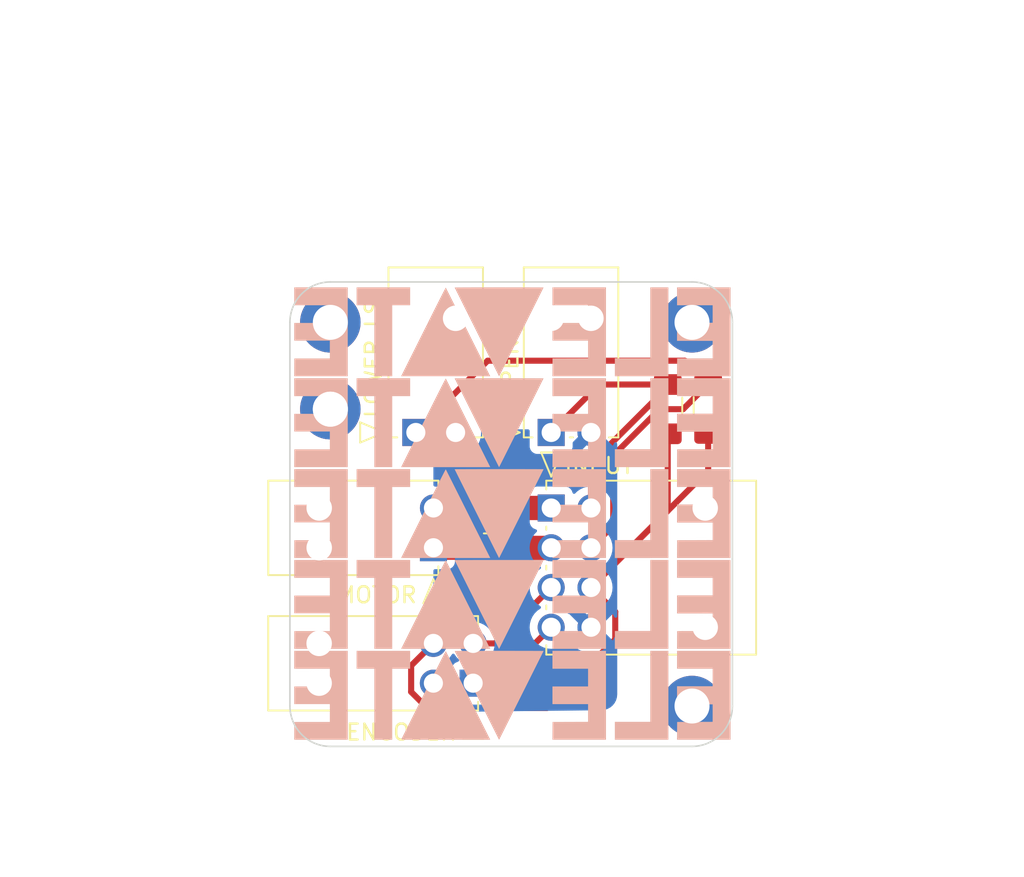
<source format=kicad_pcb>
(kicad_pcb (version 20221018) (generator pcbnew)
  (layers (0 "F.Cu" signal) (31 "B.Cu" signal) (34 "B.Paste" user) (35 "F.Paste" user) (36 "B.SilkS" user "B.Silkscreen") (37 "F.SilkS" user "F.Silkscreen") (38 "B.Mask" user) (39 "F.Mask" user) (44 "Edge.Cuts" user))
  (net 0 "")
  (net 1 "Net-(J4-Pin_1)")
  (net 2 "/MOTOR_POS")
  (net 3 "/ULS")
  (net 4 "GND")
  (net 5 "/LLS")
  (net 6 "+3V3")
  (net 7 "/SDA")
  (net 8 "/SCL")
  (net 9 "/MOTOR_NEG")
  (footprint "" (layer "F.Cu") (at 113.411 63.246)
    (fp_text reference "" (at 0 0) (layer "F.SilkS") (effects (font (size 1.27 1.27))))
    (fp_text value "" (at 0 0) (layer "F.SilkS") (effects (font (size 1.27 1.27))))
    (pad "1" thru_hole circle (at 0 0) (size 2.6 2.6) (drill 2.2) (layers "*.Cu" "*.Mask"))
  )
  (footprint "Resistor_SMD:R_1206_3216Metric_Pad1.30x1.75mm_HandSolder" (layer "F.Cu") (at 134.62 63.246 -90)
    (fp_text reference "R1" hide)
    (fp_text value "1k" hide)
    (fp_line (start -0.727064 -0.91) (end 0.727064 -0.91) (stroke (width 0.12)) (layer "F.SilkS"))
    (fp_line (start -0.727064 0.91) (end 0.727064 0.91) (stroke (width 0.12)) (layer "F.SilkS"))
    (pad "1" smd roundrect (at -1.55 0 270) (size 1.3 1.75) (layers "F.Cu" "F.Paste" "F.Mask") (roundrect_rratio 0.1923076923) (net 3 "/ULS"))
    (pad "2" smd roundrect (at 1.55 0 270) (size 1.3 1.75) (layers "F.Cu" "F.Paste" "F.Mask") (roundrect_rratio 0.1923076923) (net 6 "+3V3"))
  )
  (footprint "Resistor_SMD:R_1206_3216Metric_Pad1.30x1.75mm_HandSolder" (layer "F.Cu") (at 137.16 63.22 -90)
    (fp_text reference "R2" hide)
    (fp_text value "1k" hide)
    (fp_line (start -0.727064 -0.91) (end 0.727064 -0.91) (stroke (width 0.12)) (layer "F.SilkS"))
    (fp_line (start -0.727064 0.91) (end 0.727064 0.91) (stroke (width 0.12)) (layer "F.SilkS"))
    (pad "1" smd roundrect (at -1.55 0 270) (size 1.3 1.75) (layers "F.Cu" "F.Paste" "F.Mask") (roundrect_rratio 0.1923076923) (net 5 "/LLS"))
    (pad "2" smd roundrect (at 1.55 0 270) (size 1.3 1.75) (layers "F.Cu" "F.Paste" "F.Mask") (roundrect_rratio 0.1923076923) (net 6 "+3V3"))
  )
  (footprint "MOLEX_1053131302:1053131302" (layer "F.Cu") (at 127.2915 64.711001 180)
    (fp_text reference "J1" hide)
    (fp_text value "UPPER LS" (at 2.5775 4.640001 90) (layer "F.SilkS"))
    (fp_line (start -4.219994 -0.309999) (end -4.219994 10.38) (stroke (width 0.12)) (layer "F.SilkS"))
    (fp_line (start -4.219994 10.38) (end 1.719994 10.38) (stroke (width 0.12)) (layer "F.SilkS"))
    (fp_line (start -3.628226 -0.309999) (end -4.219994 -0.309999) (stroke (width 0.12)) (layer "F.SilkS"))
    (fp_line (start -1.17004 -0.309999) (end -1.371774 -0.309999) (stroke (width 0.12)) (layer "F.SilkS"))
    (fp_line (start 1.719994 -0.309999) (end 1.17004 -0.309999) (stroke (width 0.12)) (layer "F.SilkS"))
    (fp_line (start 1.719994 10.38) (end 1.719994 -0.309999) (stroke (width 0.12)) (layer "F.SilkS"))
    (fp_line (start 1.973994 0) (end 3.497994 -0.635) (stroke (width 0.12)) (layer "F.SilkS"))
    (fp_line (start 3.497994 -0.635) (end 3.497994 0.635) (stroke (width 0.12)) (layer "F.SilkS"))
    (fp_line (start 3.497994 0.635) (end 1.973994 0) (stroke (width 0.12)) (layer "F.SilkS"))
    (pad "" np_thru_hole circle (at -2.499995 7.180001 180) (size 1.6 1.6) (drill 1.6) (layers "*.Cu" "*.Mask"))
    (pad "" np_thru_hole circle (at 0 7.180001 180) (size 1.6 1.6) (drill 1.6) (layers "*.Cu" "*.Mask"))
    (pad "1" thru_hole rect (at 0 0 180) (size 1.7 1.7) (drill 1.2) (layers "*.Cu" "*.Mask") (net 3 "/ULS"))
    (pad "2" thru_hole circle (at -2.5 0 180) (size 1.7 1.7) (drill 1.2) (layers "*.Cu" "*.Mask") (net 4 "GND"))
  )
  (footprint "MountingHole:MountingHole_2.2mm_M2_DIN965_Pad_TopBottom" (layer "F.Cu") (at 113.411 57.785)
    (fp_text reference "REF**" hide)
    (fp_text value "MountingHole_2.2mm_M2_DIN965_Pad_TopBottom" hide)
    (pad "1" thru_hole circle (at 0 0) (size 2.6 2.6) (drill 2.2) (layers "*.Cu" "*.Mask"))
    (pad "1" connect circle (at 0 0) (size 3.8 3.8) (layers "F.Cu" "F.Mask"))
    (pad "1" connect circle (at 0 0) (size 3.8 3.8) (layers "B.Cu" "B.Mask"))
  )
  (footprint "MOLEX_1053141304:1053141304" (layer "F.Cu") (at 122.388 80.478 -90)
    (fp_text reference "J3" hide)
    (fp_text value "ENCODER" (at 3.088005 4.528001) (layer "F.SilkS"))
    (fp_line (start -4.219994 -0.309999) (end -4.219994 12.88) (stroke (width 0.12)) (layer "F.SilkS"))
    (fp_line (start -4.219994 12.88) (end 1.719994 12.88) (stroke (width 0.12)) (layer "F.SilkS"))
    (fp_line (start -3.628226 -0.309999) (end -4.219994 -0.309999) (stroke (width 0.12)) (layer "F.SilkS"))
    (fp_line (start -1.17004 -0.309999) (end -1.371774 -0.309999) (stroke (width 0.12)) (layer "F.SilkS"))
    (fp_line (start 1.719994 -0.309999) (end 1.17004 -0.309999) (stroke (width 0.12)) (layer "F.SilkS"))
    (fp_line (start 1.719994 12.88) (end 1.719994 -0.309999) (stroke (width 0.12)) (layer "F.SilkS"))
    (fp_line (start 1.973994 0) (end 3.497994 -0.635) (stroke (width 0.12)) (layer "F.SilkS"))
    (fp_line (start 3.497994 -0.635) (end 3.497994 0.635) (stroke (width 0.12)) (layer "F.SilkS"))
    (fp_line (start 3.497994 0.635) (end 1.973994 0) (stroke (width 0.12)) (layer "F.SilkS"))
    (pad "" np_thru_hole circle (at -2.499995 9.680001 270) (size 1.6 1.6) (drill 1.6) (layers "*.Cu" "*.Mask"))
    (pad "" np_thru_hole circle (at 0 9.680001 270) (size 1.6 1.6) (drill 1.6) (layers "*.Cu" "*.Mask"))
    (pad "1" thru_hole rect (at 0 0 270) (size 1.7 1.7) (drill 1.2) (layers "*.Cu" "*.Mask") (net 7 "/SDA"))
    (pad "2" thru_hole circle (at -2.5 0 270) (size 1.7 1.7) (drill 1.2) (layers "*.Cu" "*.Mask") (net 8 "/SCL"))
    (pad "3" thru_hole circle (at 0 2.5 270) (size 1.7 1.7) (drill 1.2) (layers "*.Cu" "*.Mask") (net 4 "GND"))
    (pad "4" thru_hole circle (at -2.5 2.5 270) (size 1.7 1.7) (drill 1.2) (layers "*.Cu" "*.Mask") (net 6 "+3V3"))
  )
  (footprint "MountingHole:MountingHole_2.2mm_M2_DIN965_Pad_TopBottom" (layer "F.Cu") (at 113.411 63.246)
    (fp_text reference "REF**" hide)
    (fp_text value "MountingHole_2.2mm_M2_DIN965_Pad_TopBottom" hide)
    (pad "1" thru_hole circle (at 0 0) (size 2.6 2.6) (drill 2.2) (layers "*.Cu" "*.Mask"))
    (pad "1" connect circle (at 0 0) (size 3.8 3.8) (layers "F.Cu" "F.Mask"))
    (pad "1" connect circle (at 0 0) (size 3.8 3.8) (layers "B.Cu" "B.Mask"))
  )
  (footprint "MOLEX_1053131302:1053131302" (layer "F.Cu") (at 118.785005 64.711001 180)
    (fp_text reference "J2" hide)
    (fp_text value "LOWER LS" (at 2.664512 4.640001 90) (layer "F.SilkS"))
    (fp_line (start -4.219994 -0.309999) (end -4.219994 10.38) (stroke (width 0.12)) (layer "F.SilkS"))
    (fp_line (start -4.219994 10.38) (end 1.719994 10.38) (stroke (width 0.12)) (layer "F.SilkS"))
    (fp_line (start -3.628226 -0.309999) (end -4.219994 -0.309999) (stroke (width 0.12)) (layer "F.SilkS"))
    (fp_line (start -1.17004 -0.309999) (end -1.371774 -0.309999) (stroke (width 0.12)) (layer "F.SilkS"))
    (fp_line (start 1.719994 -0.309999) (end 1.17004 -0.309999) (stroke (width 0.12)) (layer "F.SilkS"))
    (fp_line (start 1.719994 10.38) (end 1.719994 -0.309999) (stroke (width 0.12)) (layer "F.SilkS"))
    (fp_line (start 1.973994 0) (end 3.497994 -0.635) (stroke (width 0.12)) (layer "F.SilkS"))
    (fp_line (start 3.497994 -0.635) (end 3.497994 0.635) (stroke (width 0.12)) (layer "F.SilkS"))
    (fp_line (start 3.497994 0.635) (end 1.973994 0) (stroke (width 0.12)) (layer "F.SilkS"))
    (pad "" np_thru_hole circle (at -2.499995 7.180001 180) (size 1.6 1.6) (drill 1.6) (layers "*.Cu" "*.Mask"))
    (pad "" np_thru_hole circle (at 0 7.180001 180) (size 1.6 1.6) (drill 1.6) (layers "*.Cu" "*.Mask"))
    (pad "1" thru_hole rect (at 0 0 180) (size 1.7 1.7) (drill 1.2) (layers "*.Cu" "*.Mask") (net 5 "/LLS"))
    (pad "2" thru_hole circle (at -2.5 0 180) (size 1.7 1.7) (drill 1.2) (layers "*.Cu" "*.Mask") (net 4 "GND"))
  )
  (footprint "MOLEX_1053141308:1053141308" (layer "F.Cu") (at 127.294 69.462015 90)
    (fp_text reference "J5" hide)
    (fp_text value "INPUT" (at 2.660015 3.008 180) (layer "F.SilkS"))
    (fp_line (start -9.219989 -0.309999) (end -9.219989 12.88) (stroke (width 0.12)) (layer "F.SilkS"))
    (fp_line (start -9.219989 12.88) (end 1.719989 12.88) (stroke (width 0.12)) (layer "F.SilkS"))
    (fp_line (start -8.628226 -0.309999) (end -9.219989 -0.309999) (stroke (width 0.12)) (layer "F.SilkS"))
    (fp_line (start -6.128226 -0.309999) (end -6.371774 -0.309999) (stroke (width 0.12)) (layer "F.SilkS"))
    (fp_line (start -3.628226 -0.309999) (end -3.871774 -0.309999) (stroke (width 0.12)) (layer "F.SilkS"))
    (fp_line (start -1.17004 -0.309999) (end -1.371774 -0.309999) (stroke (width 0.12)) (layer "F.SilkS"))
    (fp_line (start 1.719989 -0.309999) (end 1.17004 -0.309999) (stroke (width 0.12)) (layer "F.SilkS"))
    (fp_line (start 1.719989 12.88) (end 1.719989 -0.309999) (stroke (width 0.12)) (layer "F.SilkS"))
    (fp_line (start 1.973989 0) (end 3.497989 -0.635) (stroke (width 0.12)) (layer "F.SilkS"))
    (fp_line (start 3.497989 -0.635) (end 3.497989 0.635) (stroke (width 0.12)) (layer "F.SilkS"))
    (fp_line (start 3.497989 0.635) (end 1.973989 0) (stroke (width 0.12)) (layer "F.SilkS"))
    (pad "" np_thru_hole circle (at -7.499985 9.680001 90) (size 1.6 1.6) (drill 1.6) (layers "*.Cu" "*.Mask"))
    (pad "" np_thru_hole circle (at 0 9.680001 90) (size 1.6 1.6) (drill 1.6) (layers "*.Cu" "*.Mask"))
    (pad "1" thru_hole rect (at 0 0 90) (size 1.7 1.7) (drill 1.2) (layers "*.Cu" "*.Mask") (net 9 "/MOTOR_NEG"))
    (pad "2" thru_hole circle (at -2.5 0 90) (size 1.7 1.7) (drill 1.2) (layers "*.Cu" "*.Mask") (net 2 "/MOTOR_POS"))
    (pad "3" thru_hole circle (at -5 0 90) (size 1.7 1.7) (drill 1.2) (layers "*.Cu" "*.Mask") (net 8 "/SCL"))
    (pad "4" thru_hole circle (at -7.5 0 90) (size 1.7 1.7) (drill 1.2) (layers "*.Cu" "*.Mask") (net 7 "/SDA"))
    (pad "5" thru_hole circle (at 0 2.5 90) (size 1.7 1.7) (drill 1.2) (layers "*.Cu" "*.Mask") (net 3 "/ULS"))
    (pad "6" thru_hole circle (at -2.5 2.5 90) (size 1.7 1.7) (drill 1.2) (layers "*.Cu" "*.Mask") (net 5 "/LLS"))
    (pad "7" thru_hole circle (at -5 2.5 90) (size 1.7 1.7) (drill 1.2) (layers "*.Cu" "*.Mask") (net 6 "+3V3"))
    (pad "8" thru_hole circle (at -7.5 2.5 90) (size 1.7 1.7) (drill 1.2) (layers "*.Cu" "*.Mask") (net 4 "GND"))
  )
  (footprint "MOLEX_1053131302:1053131302" (layer "F.Cu") (at 119.891999 71.96 -90)
    (fp_text reference "J4" hide)
    (fp_text value "MOTOR" (at 2.97 3.556) (layer "F.SilkS"))
    (fp_line (start -4.219994 -0.309999) (end -4.219994 10.38) (stroke (width 0.12)) (layer "F.SilkS"))
    (fp_line (start -4.219994 10.38) (end 1.719994 10.38) (stroke (width 0.12)) (layer "F.SilkS"))
    (fp_line (start -3.628226 -0.309999) (end -4.219994 -0.309999) (stroke (width 0.12)) (layer "F.SilkS"))
    (fp_line (start -1.17004 -0.309999) (end -1.371774 -0.309999) (stroke (width 0.12)) (layer "F.SilkS"))
    (fp_line (start 1.719994 -0.309999) (end 1.17004 -0.309999) (stroke (width 0.12)) (layer "F.SilkS"))
    (fp_line (start 1.719994 10.38) (end 1.719994 -0.309999) (stroke (width 0.12)) (layer "F.SilkS"))
    (fp_line (start 1.973994 0) (end 3.497994 -0.635) (stroke (width 0.12)) (layer "F.SilkS"))
    (fp_line (start 3.497994 -0.635) (end 3.497994 0.635) (stroke (width 0.12)) (layer "F.SilkS"))
    (fp_line (start 3.497994 0.635) (end 1.973994 0) (stroke (width 0.12)) (layer "F.SilkS"))
    (pad "" np_thru_hole circle (at -2.499995 7.180001 270) (size 1.6 1.6) (drill 1.6) (layers "*.Cu" "*.Mask"))
    (pad "" np_thru_hole circle (at 0 7.180001 270) (size 1.6 1.6) (drill 1.6) (layers "*.Cu" "*.Mask"))
    (pad "1" thru_hole rect (at 0 0 270) (size 1.7 1.7) (drill 1.2) (layers "*.Cu" "*.Mask") (net 1 "Net-(J4-Pin_1)"))
    (pad "2" thru_hole circle (at -2.5 0 270) (size 1.7 1.7) (drill 1.2) (layers "*.Cu" "*.Mask") (net 9 "/MOTOR_NEG"))
  )
  (footprint "Fuse:Fuse_1206_3216Metric_Pad1.42x1.75mm_HandSolder" (layer "F.Cu") (at 123.6615 71.97)
    (fp_text reference "F1" hide)
    (fp_text value "10A" hide)
    (fp_line (start -0.602064 -0.91) (end 0.602064 -0.91) (stroke (width 0.12)) (layer "F.SilkS"))
    (fp_line (start -0.602064 0.91) (end 0.602064 0.91) (stroke (width 0.12)) (layer "F.SilkS"))
    (pad "1" smd roundrect (at -1.4875 0) (size 1.425 1.75) (layers "F.Cu" "F.Paste" "F.Mask") (roundrect_rratio 0.1754392982) (net 1 "Net-(J4-Pin_1)"))
    (pad "2" smd roundrect (at 1.4875 0) (size 1.425 1.75) (layers "F.Cu" "F.Paste" "F.Mask") (roundrect_rratio 0.1754392982) (net 2 "/MOTOR_POS"))
  )
  (footprint "MountingHole:MountingHole_2.2mm_M2_DIN965_Pad_TopBottom" (layer "F.Cu") (at 136.144 57.785)
    (fp_text reference "REF**" hide)
    (fp_text value "MountingHole_2.2mm_M2_DIN965_Pad_TopBottom")
    (pad "1" thru_hole circle (at 0 0) (size 2.6 2.6) (drill 2.2) (layers "*.Cu" "*.Mask"))
    (pad "1" connect circle (at 0 0) (size 3.8 3.8) (layers "F.Cu" "F.Mask"))
    (pad "1" connect circle (at 0 0) (size 3.8 3.8) (layers "B.Cu" "B.Mask"))
  )
  (footprint "MountingHole:MountingHole_2.2mm_M2_DIN965_Pad_TopBottom" (layer "F.Cu") (at 136.144 81.915)
    (fp_text reference "REF**" hide)
    (fp_text value "MountingHole_2.2mm_M2_DIN965_Pad_TopBottom")
    (pad "1" thru_hole circle (at 0 0) (size 2.6 2.6) (drill 2.2) (layers "*.Cu" "*.Mask"))
    (pad "1" connect circle (at 0 0) (size 3.8 3.8) (layers "F.Cu" "F.Mask"))
    (pad "1" connect circle (at 0 0) (size 3.8 3.8) (layers "B.Cu" "B.Mask"))
  )
  (footprint "Elevate_Logo:ElevateLogo" (layer "B.Cu") (at 124.841 58.42 180)
    (fp_text reference "G***" hide)
    (fp_text value "LOGO" hide)
    (fp_poly (pts (xy -8.678664 0.602869) (xy -8.678664 -1.629734) (xy -7.565675 -1.629734) (xy -6.452686 -1.629734) (xy -6.452686 -2.192853) (xy -6.452686 -2.755972) (xy -8.13542 -2.755972) (xy -9.818153 -2.755972) (xy -9.818153 0.03975) (xy -9.818153 2.835472) (xy -9.248409 2.835472) (xy -8.678664 2.835472)) (fill solid) (layer "B.SilkS"))
    (fp_poly (pts (xy 9.778404 2.272353) (xy 9.778404 1.709234) (xy 9.221909 1.709234) (xy 8.665415 1.709234) (xy 8.665415 -0.523369) (xy 8.665415 -2.755972) (xy 8.102295 -2.755972) (xy 7.539176 -2.755972) (xy 7.539176 -0.523369) (xy 7.539176 1.709234) (xy 6.976056 1.709234) (xy 6.412937 1.709234) (xy 6.412937 2.272353) (xy 6.412937 2.835472) (xy 8.09567 2.835472) (xy 9.778404 2.835472)) (fill solid) (layer "B.SilkS"))
    (fp_poly (pts (xy -10.361398 2.272353) (xy -10.361398 1.709234) (xy -11.481012 1.709234) (xy -12.600626 1.709234) (xy -12.600626 1.159364) (xy -12.600626 0.609494) (xy -11.481012 0.609494) (xy -10.361398 0.609494) (xy -10.361398 0.03975) (xy -10.361398 -0.529994) (xy -11.481012 -0.529994) (xy -12.600626 -0.529994) (xy -12.600626 -1.079789) (xy -12.600626 -1.629583) (xy -11.484324 -1.632971) (xy -10.368023 -1.636358) (xy -10.364567 -2.196165) (xy -10.36111 -2.755972) (xy -12.043988 -2.755972) (xy -13.726865 -2.755972) (xy -13.726865 0.03975) (xy -13.726865 2.835472) (xy -12.044131 2.835472) (xy -10.361398 2.835472)) (fill solid) (layer "B.SilkS"))
    (fp_poly (pts (xy -2.530725 2.272353) (xy -2.530725 1.709234) (xy -3.650339 1.709234) (xy -4.769953 1.709234) (xy -4.769953 1.152739) (xy -4.769953 0.596245) (xy -3.650339 0.596245) (xy -2.530725 0.596245) (xy -2.530725 0.03975) (xy -2.530725 -0.516745) (xy -3.650339 -0.516745) (xy -4.769953 -0.516745) (xy -4.769953 -1.073164) (xy -4.769953 -1.629583) (xy -3.653651 -1.632971) (xy -2.53735 -1.636358) (xy -2.533894 -2.196165) (xy -2.530437 -2.755972) (xy -4.213315 -2.755972) (xy -5.896192 -2.755972) (xy -5.896192 0.03975) (xy -5.896192 2.835472) (xy -4.213458 2.835472) (xy -2.530725 2.835472)) (fill solid) (layer "B.SilkS"))
    (fp_poly (pts (xy 13.700365 2.272353) (xy 13.700365 1.709234) (xy 12.580751 1.709234) (xy 11.461137 1.709234) (xy 11.461137 1.152739) (xy 11.461137 0.596245) (xy 12.580751 0.596245) (xy 13.700365 0.596245) (xy 13.700365 0.03975) (xy 13.700365 -0.516745) (xy 12.580751 -0.516745) (xy 11.461137 -0.516745) (xy 11.461137 -1.076551) (xy 11.461136 -1.636358) (xy 12.577438 -1.636358) (xy 13.69374 -1.636358) (xy 13.697197 -2.196165) (xy 13.700653 -2.755972) (xy 12.017776 -2.755972) (xy 10.334898 -2.755972) (xy 10.334898 0.03975) (xy 10.334898 2.835472) (xy 12.017632 2.835472) (xy 13.700365 2.835472)) (fill solid) (layer "B.SilkS"))
    (fp_poly (pts (xy 4.178241 2.815334) (xy 4.191809 2.79291) (xy 4.213717 2.753458) (xy 4.244189 2.69654) (xy 4.283444 2.621721) (xy 4.331707 2.528561) (xy 4.389198 2.416624) (xy 4.456141 2.285472) (xy 4.532756 2.134668) (xy 4.619266 1.963775) (xy 4.715893 1.772356) (xy 4.822858 1.559972) (xy 4.940385 1.326188) (xy 5.068695 1.070564) (xy 5.20801 0.792664) (xy 5.358551 0.492051) (xy 5.520542 0.168288) (xy 5.583691 0.042008) (xy 6.982694 -2.755972) (xy 4.180311 -2.755972) (xy 1.377928 -2.755972) (xy 2.769412 0.023188) (xy 2.897177 0.278348) (xy 3.021879 0.52735) (xy 3.142994 0.769149) (xy 3.259997 1.002698) (xy 3.372364 1.226954) (xy 3.479571 1.440871) (xy 3.581094 1.643403) (xy 3.676408 1.833506) (xy 3.764989 2.010134) (xy 3.846313 2.172243) (xy 3.919856 2.318786) (xy 3.985094 2.44872) (xy 4.041502 2.560998) (xy 4.088556 2.654576) (xy 4.125732 2.728408) (xy 4.152505 2.78145) (xy 4.168352 2.812656) (xy 4.172792 2.821168)) (fill solid) (layer "B.SilkS"))
    (fp_poly (pts (xy 1.091664 2.835426) (xy 1.354727 2.83529) (xy 1.609459 2.835068) (xy 1.854639 2.834765) (xy 2.089046 2.834386) (xy 2.311459 2.833933) (xy 2.520656 2.833413) (xy 2.715416 2.832829) (xy 2.894517 2.832185) (xy 3.05674 2.831486) (xy 3.200862 2.830737) (xy 3.325661 2.829941) (xy 3.429918 2.829103) (xy 3.51241 2.828227) (xy 3.571917 2.827317) (xy 3.607217 2.826379) (xy 3.617287 2.825535) (xy 3.611465 2.813253) (xy 3.594411 2.77854) (xy 3.566756 2.722658) (xy 3.529132 2.646871) (xy 3.482171 2.552444) (xy 3.426505 2.44064) (xy 3.362766 2.312722) (xy 3.291585 2.169954) (xy 3.213594 2.0136) (xy 3.129426 1.844924) (xy 3.03971 1.665189) (xy 2.945081 1.47566) (xy 2.846168 1.277598) (xy 2.743605 1.072269) (xy 2.638023 0.860937) (xy 2.530053 0.644863) (xy 2.420327 0.425313) (xy 2.309478 0.203551) (xy 2.198137 -0.019161) (xy 2.086935 -0.241559) (xy 1.976505 -0.462379) (xy 1.867479 -0.680356) (xy 1.760487 -0.894229) (xy 1.656162 -1.102732) (xy 1.555136 -1.304602) (xy 1.458041 -1.498576) (xy 1.365507 -1.683389) (xy 1.278168 -1.857779) (xy 1.196654 -2.020481) (xy 1.121598 -2.170232) (xy 1.053631 -2.305768) (xy 0.993386 -2.425826) (xy 0.941493 -2.529141) (xy 0.898585 -2.61445) (xy 0.865293 -2.680489) (xy 0.84225 -2.725995) (xy 0.830087 -2.749704) (xy 0.828292 -2.75298) (xy 0.81907 -2.747579) (xy 0.81226 -2.73973) (xy 0.805233 -2.726524) (xy 0.787026 -2.690934) (xy 0.758273 -2.634224) (xy 0.719607 -2.557662) (xy 0.671662 -2.46251) (xy 0.61507 -2.350036) (xy 0.550464 -2.221503) (xy 0.478479 -2.078178) (xy 0.399747 -1.921325) (xy 0.314901 -1.752211) (xy 0.224575 -1.572099) (xy 0.129401 -1.382255) (xy 0.030013 -1.183945) (xy -0.072956 -0.978434) (xy -0.178872 -0.766987) (xy -0.287103 -0.550869) (xy -0.397015 -0.331345) (xy -0.507976 -0.109681) (xy -0.619351 0.112858) (xy -0.730508 0.335006) (xy -0.840814 0.5555) (xy -0.949635 0.773072) (xy -1.056338 0.986459) (xy -1.16029 1.194395) (xy -1.260858 1.395614) (xy -1.357408 1.588852) (xy -1.449308 1.772842) (xy -1.535924 1.946321) (xy -1.616623 2.108022) (xy -1.690772 2.256681) (xy -1.757737 2.391031) (xy -1.816886 2.509809) (xy -1.867585 2.611749) (xy -1.909201 2.695584) (xy -1.941101 2.760051) (xy -1.962651 2.803884) (xy -1.973219 2.825818) (xy -1.97423 2.828191) (xy -1.961184 2.828895) (xy -1.922859 2.82958) (xy -1.860477 2.830243) (xy -1.775259 2.830882) (xy -1.668426 2.831492) (xy -1.541199 2.832072) (xy -1.394799 2.832616) (xy -1.230448 2.833124) (xy -1.049368 2.83359) (xy -0.852778 2.834013) (xy -0.641901 2.834388) (xy -0.417957 2.834713) (xy -0.182168 2.834985) (xy 0.064245 2.835199) (xy 0.320061 2.835354) (xy 0.584059 2.835446) (xy 0.821492 2.835472)) (fill solid) (layer "B.SilkS"))
  )
  (footprint "Elevate_Logo:ElevateLogo" (layer "B.Cu") (at 124.841 75.565 180)
    (fp_text reference "G***" hide)
    (fp_text value "LOGO" hide)
    (fp_poly (pts (xy -8.678664 0.602869) (xy -8.678664 -1.629734) (xy -7.565675 -1.629734) (xy -6.452686 -1.629734) (xy -6.452686 -2.192853) (xy -6.452686 -2.755972) (xy -8.13542 -2.755972) (xy -9.818153 -2.755972) (xy -9.818153 0.03975) (xy -9.818153 2.835472) (xy -9.248409 2.835472) (xy -8.678664 2.835472)) (fill solid) (layer "B.SilkS"))
    (fp_poly (pts (xy 9.778404 2.272353) (xy 9.778404 1.709234) (xy 9.221909 1.709234) (xy 8.665415 1.709234) (xy 8.665415 -0.523369) (xy 8.665415 -2.755972) (xy 8.102295 -2.755972) (xy 7.539176 -2.755972) (xy 7.539176 -0.523369) (xy 7.539176 1.709234) (xy 6.976056 1.709234) (xy 6.412937 1.709234) (xy 6.412937 2.272353) (xy 6.412937 2.835472) (xy 8.09567 2.835472) (xy 9.778404 2.835472)) (fill solid) (layer "B.SilkS"))
    (fp_poly (pts (xy -10.361398 2.272353) (xy -10.361398 1.709234) (xy -11.481012 1.709234) (xy -12.600626 1.709234) (xy -12.600626 1.159364) (xy -12.600626 0.609494) (xy -11.481012 0.609494) (xy -10.361398 0.609494) (xy -10.361398 0.03975) (xy -10.361398 -0.529994) (xy -11.481012 -0.529994) (xy -12.600626 -0.529994) (xy -12.600626 -1.079789) (xy -12.600626 -1.629583) (xy -11.484324 -1.632971) (xy -10.368023 -1.636358) (xy -10.364567 -2.196165) (xy -10.36111 -2.755972) (xy -12.043988 -2.755972) (xy -13.726865 -2.755972) (xy -13.726865 0.03975) (xy -13.726865 2.835472) (xy -12.044131 2.835472) (xy -10.361398 2.835472)) (fill solid) (layer "B.SilkS"))
    (fp_poly (pts (xy -2.530725 2.272353) (xy -2.530725 1.709234) (xy -3.650339 1.709234) (xy -4.769953 1.709234) (xy -4.769953 1.152739) (xy -4.769953 0.596245) (xy -3.650339 0.596245) (xy -2.530725 0.596245) (xy -2.530725 0.03975) (xy -2.530725 -0.516745) (xy -3.650339 -0.516745) (xy -4.769953 -0.516745) (xy -4.769953 -1.073164) (xy -4.769953 -1.629583) (xy -3.653651 -1.632971) (xy -2.53735 -1.636358) (xy -2.533894 -2.196165) (xy -2.530437 -2.755972) (xy -4.213315 -2.755972) (xy -5.896192 -2.755972) (xy -5.896192 0.03975) (xy -5.896192 2.835472) (xy -4.213458 2.835472) (xy -2.530725 2.835472)) (fill solid) (layer "B.SilkS"))
    (fp_poly (pts (xy 13.700365 2.272353) (xy 13.700365 1.709234) (xy 12.580751 1.709234) (xy 11.461137 1.709234) (xy 11.461137 1.152739) (xy 11.461137 0.596245) (xy 12.580751 0.596245) (xy 13.700365 0.596245) (xy 13.700365 0.03975) (xy 13.700365 -0.516745) (xy 12.580751 -0.516745) (xy 11.461137 -0.516745) (xy 11.461137 -1.076551) (xy 11.461136 -1.636358) (xy 12.577438 -1.636358) (xy 13.69374 -1.636358) (xy 13.697197 -2.196165) (xy 13.700653 -2.755972) (xy 12.017776 -2.755972) (xy 10.334898 -2.755972) (xy 10.334898 0.03975) (xy 10.334898 2.835472) (xy 12.017632 2.835472) (xy 13.700365 2.835472)) (fill solid) (layer "B.SilkS"))
    (fp_poly (pts (xy 4.178241 2.815334) (xy 4.191809 2.79291) (xy 4.213717 2.753458) (xy 4.244189 2.69654) (xy 4.283444 2.621721) (xy 4.331707 2.528561) (xy 4.389198 2.416624) (xy 4.456141 2.285472) (xy 4.532756 2.134668) (xy 4.619266 1.963775) (xy 4.715893 1.772356) (xy 4.822858 1.559972) (xy 4.940385 1.326188) (xy 5.068695 1.070564) (xy 5.20801 0.792664) (xy 5.358551 0.492051) (xy 5.520542 0.168288) (xy 5.583691 0.042008) (xy 6.982694 -2.755972) (xy 4.180311 -2.755972) (xy 1.377928 -2.755972) (xy 2.769412 0.023188) (xy 2.897177 0.278348) (xy 3.021879 0.52735) (xy 3.142994 0.769149) (xy 3.259997 1.002698) (xy 3.372364 1.226954) (xy 3.479571 1.440871) (xy 3.581094 1.643403) (xy 3.676408 1.833506) (xy 3.764989 2.010134) (xy 3.846313 2.172243) (xy 3.919856 2.318786) (xy 3.985094 2.44872) (xy 4.041502 2.560998) (xy 4.088556 2.654576) (xy 4.125732 2.728408) (xy 4.152505 2.78145) (xy 4.168352 2.812656) (xy 4.172792 2.821168)) (fill solid) (layer "B.SilkS"))
    (fp_poly (pts (xy 1.091664 2.835426) (xy 1.354727 2.83529) (xy 1.609459 2.835068) (xy 1.854639 2.834765) (xy 2.089046 2.834386) (xy 2.311459 2.833933) (xy 2.520656 2.833413) (xy 2.715416 2.832829) (xy 2.894517 2.832185) (xy 3.05674 2.831486) (xy 3.200862 2.830737) (xy 3.325661 2.829941) (xy 3.429918 2.829103) (xy 3.51241 2.828227) (xy 3.571917 2.827317) (xy 3.607217 2.826379) (xy 3.617287 2.825535) (xy 3.611465 2.813253) (xy 3.594411 2.77854) (xy 3.566756 2.722658) (xy 3.529132 2.646871) (xy 3.482171 2.552444) (xy 3.426505 2.44064) (xy 3.362766 2.312722) (xy 3.291585 2.169954) (xy 3.213594 2.0136) (xy 3.129426 1.844924) (xy 3.03971 1.665189) (xy 2.945081 1.47566) (xy 2.846168 1.277598) (xy 2.743605 1.072269) (xy 2.638023 0.860937) (xy 2.530053 0.644863) (xy 2.420327 0.425313) (xy 2.309478 0.203551) (xy 2.198137 -0.019161) (xy 2.086935 -0.241559) (xy 1.976505 -0.462379) (xy 1.867479 -0.680356) (xy 1.760487 -0.894229) (xy 1.656162 -1.102732) (xy 1.555136 -1.304602) (xy 1.458041 -1.498576) (xy 1.365507 -1.683389) (xy 1.278168 -1.857779) (xy 1.196654 -2.020481) (xy 1.121598 -2.170232) (xy 1.053631 -2.305768) (xy 0.993386 -2.425826) (xy 0.941493 -2.529141) (xy 0.898585 -2.61445) (xy 0.865293 -2.680489) (xy 0.84225 -2.725995) (xy 0.830087 -2.749704) (xy 0.828292 -2.75298) (xy 0.81907 -2.747579) (xy 0.81226 -2.73973) (xy 0.805233 -2.726524) (xy 0.787026 -2.690934) (xy 0.758273 -2.634224) (xy 0.719607 -2.557662) (xy 0.671662 -2.46251) (xy 0.61507 -2.350036) (xy 0.550464 -2.221503) (xy 0.478479 -2.078178) (xy 0.399747 -1.921325) (xy 0.314901 -1.752211) (xy 0.224575 -1.572099) (xy 0.129401 -1.382255) (xy 0.030013 -1.183945) (xy -0.072956 -0.978434) (xy -0.178872 -0.766987) (xy -0.287103 -0.550869) (xy -0.397015 -0.331345) (xy -0.507976 -0.109681) (xy -0.619351 0.112858) (xy -0.730508 0.335006) (xy -0.840814 0.5555) (xy -0.949635 0.773072) (xy -1.056338 0.986459) (xy -1.16029 1.194395) (xy -1.260858 1.395614) (xy -1.357408 1.588852) (xy -1.449308 1.772842) (xy -1.535924 1.946321) (xy -1.616623 2.108022) (xy -1.690772 2.256681) (xy -1.757737 2.391031) (xy -1.816886 2.509809) (xy -1.867585 2.611749) (xy -1.909201 2.695584) (xy -1.941101 2.760051) (xy -1.962651 2.803884) (xy -1.973219 2.825818) (xy -1.97423 2.828191) (xy -1.961184 2.828895) (xy -1.922859 2.82958) (xy -1.860477 2.830243) (xy -1.775259 2.830882) (xy -1.668426 2.831492) (xy -1.541199 2.832072) (xy -1.394799 2.832616) (xy -1.230448 2.833124) (xy -1.049368 2.83359) (xy -0.852778 2.834013) (xy -0.641901 2.834388) (xy -0.417957 2.834713) (xy -0.182168 2.834985) (xy 0.064245 2.835199) (xy 0.320061 2.835354) (xy 0.584059 2.835446) (xy 0.821492 2.835472)) (fill solid) (layer "B.SilkS"))
  )
  (footprint "Elevate_Logo:ElevateLogo" (layer "B.Cu") (at 124.841 69.85 180)
    (fp_text reference "G***" hide)
    (fp_text value "LOGO" hide)
    (fp_poly (pts (xy -8.678664 0.602869) (xy -8.678664 -1.629734) (xy -7.565675 -1.629734) (xy -6.452686 -1.629734) (xy -6.452686 -2.192853) (xy -6.452686 -2.755972) (xy -8.13542 -2.755972) (xy -9.818153 -2.755972) (xy -9.818153 0.03975) (xy -9.818153 2.835472) (xy -9.248409 2.835472) (xy -8.678664 2.835472)) (fill solid) (layer "B.SilkS"))
    (fp_poly (pts (xy 9.778404 2.272353) (xy 9.778404 1.709234) (xy 9.221909 1.709234) (xy 8.665415 1.709234) (xy 8.665415 -0.523369) (xy 8.665415 -2.755972) (xy 8.102295 -2.755972) (xy 7.539176 -2.755972) (xy 7.539176 -0.523369) (xy 7.539176 1.709234) (xy 6.976056 1.709234) (xy 6.412937 1.709234) (xy 6.412937 2.272353) (xy 6.412937 2.835472) (xy 8.09567 2.835472) (xy 9.778404 2.835472)) (fill solid) (layer "B.SilkS"))
    (fp_poly (pts (xy -10.361398 2.272353) (xy -10.361398 1.709234) (xy -11.481012 1.709234) (xy -12.600626 1.709234) (xy -12.600626 1.159364) (xy -12.600626 0.609494) (xy -11.481012 0.609494) (xy -10.361398 0.609494) (xy -10.361398 0.03975) (xy -10.361398 -0.529994) (xy -11.481012 -0.529994) (xy -12.600626 -0.529994) (xy -12.600626 -1.079789) (xy -12.600626 -1.629583) (xy -11.484324 -1.632971) (xy -10.368023 -1.636358) (xy -10.364567 -2.196165) (xy -10.36111 -2.755972) (xy -12.043988 -2.755972) (xy -13.726865 -2.755972) (xy -13.726865 0.03975) (xy -13.726865 2.835472) (xy -12.044131 2.835472) (xy -10.361398 2.835472)) (fill solid) (layer "B.SilkS"))
    (fp_poly (pts (xy -2.530725 2.272353) (xy -2.530725 1.709234) (xy -3.650339 1.709234) (xy -4.769953 1.709234) (xy -4.769953 1.152739) (xy -4.769953 0.596245) (xy -3.650339 0.596245) (xy -2.530725 0.596245) (xy -2.530725 0.03975) (xy -2.530725 -0.516745) (xy -3.650339 -0.516745) (xy -4.769953 -0.516745) (xy -4.769953 -1.073164) (xy -4.769953 -1.629583) (xy -3.653651 -1.632971) (xy -2.53735 -1.636358) (xy -2.533894 -2.196165) (xy -2.530437 -2.755972) (xy -4.213315 -2.755972) (xy -5.896192 -2.755972) (xy -5.896192 0.03975) (xy -5.896192 2.835472) (xy -4.213458 2.835472) (xy -2.530725 2.835472)) (fill solid) (layer "B.SilkS"))
    (fp_poly (pts (xy 13.700365 2.272353) (xy 13.700365 1.709234) (xy 12.580751 1.709234) (xy 11.461137 1.709234) (xy 11.461137 1.152739) (xy 11.461137 0.596245) (xy 12.580751 0.596245) (xy 13.700365 0.596245) (xy 13.700365 0.03975) (xy 13.700365 -0.516745) (xy 12.580751 -0.516745) (xy 11.461137 -0.516745) (xy 11.461137 -1.076551) (xy 11.461136 -1.636358) (xy 12.577438 -1.636358) (xy 13.69374 -1.636358) (xy 13.697197 -2.196165) (xy 13.700653 -2.755972) (xy 12.017776 -2.755972) (xy 10.334898 -2.755972) (xy 10.334898 0.03975) (xy 10.334898 2.835472) (xy 12.017632 2.835472) (xy 13.700365 2.835472)) (fill solid) (layer "B.SilkS"))
    (fp_poly (pts (xy 4.178241 2.815334) (xy 4.191809 2.79291) (xy 4.213717 2.753458) (xy 4.244189 2.69654) (xy 4.283444 2.621721) (xy 4.331707 2.528561) (xy 4.389198 2.416624) (xy 4.456141 2.285472) (xy 4.532756 2.134668) (xy 4.619266 1.963775) (xy 4.715893 1.772356) (xy 4.822858 1.559972) (xy 4.940385 1.326188) (xy 5.068695 1.070564) (xy 5.20801 0.792664) (xy 5.358551 0.492051) (xy 5.520542 0.168288) (xy 5.583691 0.042008) (xy 6.982694 -2.755972) (xy 4.180311 -2.755972) (xy 1.377928 -2.755972) (xy 2.769412 0.023188) (xy 2.897177 0.278348) (xy 3.021879 0.52735) (xy 3.142994 0.769149) (xy 3.259997 1.002698) (xy 3.372364 1.226954) (xy 3.479571 1.440871) (xy 3.581094 1.643403) (xy 3.676408 1.833506) (xy 3.764989 2.010134) (xy 3.846313 2.172243) (xy 3.919856 2.318786) (xy 3.985094 2.44872) (xy 4.041502 2.560998) (xy 4.088556 2.654576) (xy 4.125732 2.728408) (xy 4.152505 2.78145) (xy 4.168352 2.812656) (xy 4.172792 2.821168)) (fill solid) (layer "B.SilkS"))
    (fp_poly (pts (xy 1.091664 2.835426) (xy 1.354727 2.83529) (xy 1.609459 2.835068) (xy 1.854639 2.834765) (xy 2.089046 2.834386) (xy 2.311459 2.833933) (xy 2.520656 2.833413) (xy 2.715416 2.832829) (xy 2.894517 2.832185) (xy 3.05674 2.831486) (xy 3.200862 2.830737) (xy 3.325661 2.829941) (xy 3.429918 2.829103) (xy 3.51241 2.828227) (xy 3.571917 2.827317) (xy 3.607217 2.826379) (xy 3.617287 2.825535) (xy 3.611465 2.813253) (xy 3.594411 2.77854) (xy 3.566756 2.722658) (xy 3.529132 2.646871) (xy 3.482171 2.552444) (xy 3.426505 2.44064) (xy 3.362766 2.312722) (xy 3.291585 2.169954) (xy 3.213594 2.0136) (xy 3.129426 1.844924) (xy 3.03971 1.665189) (xy 2.945081 1.47566) (xy 2.846168 1.277598) (xy 2.743605 1.072269) (xy 2.638023 0.860937) (xy 2.530053 0.644863) (xy 2.420327 0.425313) (xy 2.309478 0.203551) (xy 2.198137 -0.019161) (xy 2.086935 -0.241559) (xy 1.976505 -0.462379) (xy 1.867479 -0.680356) (xy 1.760487 -0.894229) (xy 1.656162 -1.102732) (xy 1.555136 -1.304602) (xy 1.458041 -1.498576) (xy 1.365507 -1.683389) (xy 1.278168 -1.857779) (xy 1.196654 -2.020481) (xy 1.121598 -2.170232) (xy 1.053631 -2.305768) (xy 0.993386 -2.425826) (xy 0.941493 -2.529141) (xy 0.898585 -2.61445) (xy 0.865293 -2.680489) (xy 0.84225 -2.725995) (xy 0.830087 -2.749704) (xy 0.828292 -2.75298) (xy 0.81907 -2.747579) (xy 0.81226 -2.73973) (xy 0.805233 -2.726524) (xy 0.787026 -2.690934) (xy 0.758273 -2.634224) (xy 0.719607 -2.557662) (xy 0.671662 -2.46251) (xy 0.61507 -2.350036) (xy 0.550464 -2.221503) (xy 0.478479 -2.078178) (xy 0.399747 -1.921325) (xy 0.314901 -1.752211) (xy 0.224575 -1.572099) (xy 0.129401 -1.382255) (xy 0.030013 -1.183945) (xy -0.072956 -0.978434) (xy -0.178872 -0.766987) (xy -0.287103 -0.550869) (xy -0.397015 -0.331345) (xy -0.507976 -0.109681) (xy -0.619351 0.112858) (xy -0.730508 0.335006) (xy -0.840814 0.5555) (xy -0.949635 0.773072) (xy -1.056338 0.986459) (xy -1.16029 1.194395) (xy -1.260858 1.395614) (xy -1.357408 1.588852) (xy -1.449308 1.772842) (xy -1.535924 1.946321) (xy -1.616623 2.108022) (xy -1.690772 2.256681) (xy -1.757737 2.391031) (xy -1.816886 2.509809) (xy -1.867585 2.611749) (xy -1.909201 2.695584) (xy -1.941101 2.760051) (xy -1.962651 2.803884) (xy -1.973219 2.825818) (xy -1.97423 2.828191) (xy -1.961184 2.828895) (xy -1.922859 2.82958) (xy -1.860477 2.830243) (xy -1.775259 2.830882) (xy -1.668426 2.831492) (xy -1.541199 2.832072) (xy -1.394799 2.832616) (xy -1.230448 2.833124) (xy -1.049368 2.83359) (xy -0.852778 2.834013) (xy -0.641901 2.834388) (xy -0.417957 2.834713) (xy -0.182168 2.834985) (xy 0.064245 2.835199) (xy 0.320061 2.835354) (xy 0.584059 2.835446) (xy 0.821492 2.835472)) (fill solid) (layer "B.SilkS"))
  )
  (footprint "Elevate_Logo:ElevateLogo" (layer "B.Cu") (at 124.841 64.135 180)
    (fp_text reference "G***" hide)
    (fp_text value "LOGO" hide)
    (fp_poly (pts (xy -8.678664 0.602869) (xy -8.678664 -1.629734) (xy -7.565675 -1.629734) (xy -6.452686 -1.629734) (xy -6.452686 -2.192853) (xy -6.452686 -2.755972) (xy -8.13542 -2.755972) (xy -9.818153 -2.755972) (xy -9.818153 0.03975) (xy -9.818153 2.835472) (xy -9.248409 2.835472) (xy -8.678664 2.835472)) (fill solid) (layer "B.SilkS"))
    (fp_poly (pts (xy 9.778404 2.272353) (xy 9.778404 1.709234) (xy 9.221909 1.709234) (xy 8.665415 1.709234) (xy 8.665415 -0.523369) (xy 8.665415 -2.755972) (xy 8.102295 -2.755972) (xy 7.539176 -2.755972) (xy 7.539176 -0.523369) (xy 7.539176 1.709234) (xy 6.976056 1.709234) (xy 6.412937 1.709234) (xy 6.412937 2.272353) (xy 6.412937 2.835472) (xy 8.09567 2.835472) (xy 9.778404 2.835472)) (fill solid) (layer "B.SilkS"))
    (fp_poly (pts (xy -10.361398 2.272353) (xy -10.361398 1.709234) (xy -11.481012 1.709234) (xy -12.600626 1.709234) (xy -12.600626 1.159364) (xy -12.600626 0.609494) (xy -11.481012 0.609494) (xy -10.361398 0.609494) (xy -10.361398 0.03975) (xy -10.361398 -0.529994) (xy -11.481012 -0.529994) (xy -12.600626 -0.529994) (xy -12.600626 -1.079789) (xy -12.600626 -1.629583) (xy -11.484324 -1.632971) (xy -10.368023 -1.636358) (xy -10.364567 -2.196165) (xy -10.36111 -2.755972) (xy -12.043988 -2.755972) (xy -13.726865 -2.755972) (xy -13.726865 0.03975) (xy -13.726865 2.835472) (xy -12.044131 2.835472) (xy -10.361398 2.835472)) (fill solid) (layer "B.SilkS"))
    (fp_poly (pts (xy -2.530725 2.272353) (xy -2.530725 1.709234) (xy -3.650339 1.709234) (xy -4.769953 1.709234) (xy -4.769953 1.152739) (xy -4.769953 0.596245) (xy -3.650339 0.596245) (xy -2.530725 0.596245) (xy -2.530725 0.03975) (xy -2.530725 -0.516745) (xy -3.650339 -0.516745) (xy -4.769953 -0.516745) (xy -4.769953 -1.073164) (xy -4.769953 -1.629583) (xy -3.653651 -1.632971) (xy -2.53735 -1.636358) (xy -2.533894 -2.196165) (xy -2.530437 -2.755972) (xy -4.213315 -2.755972) (xy -5.896192 -2.755972) (xy -5.896192 0.03975) (xy -5.896192 2.835472) (xy -4.213458 2.835472) (xy -2.530725 2.835472)) (fill solid) (layer "B.SilkS"))
    (fp_poly (pts (xy 13.700365 2.272353) (xy 13.700365 1.709234) (xy 12.580751 1.709234) (xy 11.461137 1.709234) (xy 11.461137 1.152739) (xy 11.461137 0.596245) (xy 12.580751 0.596245) (xy 13.700365 0.596245) (xy 13.700365 0.03975) (xy 13.700365 -0.516745) (xy 12.580751 -0.516745) (xy 11.461137 -0.516745) (xy 11.461137 -1.076551) (xy 11.461136 -1.636358) (xy 12.577438 -1.636358) (xy 13.69374 -1.636358) (xy 13.697197 -2.196165) (xy 13.700653 -2.755972) (xy 12.017776 -2.755972) (xy 10.334898 -2.755972) (xy 10.334898 0.03975) (xy 10.334898 2.835472) (xy 12.017632 2.835472) (xy 13.700365 2.835472)) (fill solid) (layer "B.SilkS"))
    (fp_poly (pts (xy 4.178241 2.815334) (xy 4.191809 2.79291) (xy 4.213717 2.753458) (xy 4.244189 2.69654) (xy 4.283444 2.621721) (xy 4.331707 2.528561) (xy 4.389198 2.416624) (xy 4.456141 2.285472) (xy 4.532756 2.134668) (xy 4.619266 1.963775) (xy 4.715893 1.772356) (xy 4.822858 1.559972) (xy 4.940385 1.326188) (xy 5.068695 1.070564) (xy 5.20801 0.792664) (xy 5.358551 0.492051) (xy 5.520542 0.168288) (xy 5.583691 0.042008) (xy 6.982694 -2.755972) (xy 4.180311 -2.755972) (xy 1.377928 -2.755972) (xy 2.769412 0.023188) (xy 2.897177 0.278348) (xy 3.021879 0.52735) (xy 3.142994 0.769149) (xy 3.259997 1.002698) (xy 3.372364 1.226954) (xy 3.479571 1.440871) (xy 3.581094 1.643403) (xy 3.676408 1.833506) (xy 3.764989 2.010134) (xy 3.846313 2.172243) (xy 3.919856 2.318786) (xy 3.985094 2.44872) (xy 4.041502 2.560998) (xy 4.088556 2.654576) (xy 4.125732 2.728408) (xy 4.152505 2.78145) (xy 4.168352 2.812656) (xy 4.172792 2.821168)) (fill solid) (layer "B.SilkS"))
    (fp_poly (pts (xy 1.091664 2.835426) (xy 1.354727 2.83529) (xy 1.609459 2.835068) (xy 1.854639 2.834765) (xy 2.089046 2.834386) (xy 2.311459 2.833933) (xy 2.520656 2.833413) (xy 2.715416 2.832829) (xy 2.894517 2.832185) (xy 3.05674 2.831486) (xy 3.200862 2.830737) (xy 3.325661 2.829941) (xy 3.429918 2.829103) (xy 3.51241 2.828227) (xy 3.571917 2.827317) (xy 3.607217 2.826379) (xy 3.617287 2.825535) (xy 3.611465 2.813253) (xy 3.594411 2.77854) (xy 3.566756 2.722658) (xy 3.529132 2.646871) (xy 3.482171 2.552444) (xy 3.426505 2.44064) (xy 3.362766 2.312722) (xy 3.291585 2.169954) (xy 3.213594 2.0136) (xy 3.129426 1.844924) (xy 3.03971 1.665189) (xy 2.945081 1.47566) (xy 2.846168 1.277598) (xy 2.743605 1.072269) (xy 2.638023 0.860937) (xy 2.530053 0.644863) (xy 2.420327 0.425313) (xy 2.309478 0.203551) (xy 2.198137 -0.019161) (xy 2.086935 -0.241559) (xy 1.976505 -0.462379) (xy 1.867479 -0.680356) (xy 1.760487 -0.894229) (xy 1.656162 -1.102732) (xy 1.555136 -1.304602) (xy 1.458041 -1.498576) (xy 1.365507 -1.683389) (xy 1.278168 -1.857779) (xy 1.196654 -2.020481) (xy 1.121598 -2.170232) (xy 1.053631 -2.305768) (xy 0.993386 -2.425826) (xy 0.941493 -2.529141) (xy 0.898585 -2.61445) (xy 0.865293 -2.680489) (xy 0.84225 -2.725995) (xy 0.830087 -2.749704) (xy 0.828292 -2.75298) (xy 0.81907 -2.747579) (xy 0.81226 -2.73973) (xy 0.805233 -2.726524) (xy 0.787026 -2.690934) (xy 0.758273 -2.634224) (xy 0.719607 -2.557662) (xy 0.671662 -2.46251) (xy 0.61507 -2.350036) (xy 0.550464 -2.221503) (xy 0.478479 -2.078178) (xy 0.399747 -1.921325) (xy 0.314901 -1.752211) (xy 0.224575 -1.572099) (xy 0.129401 -1.382255) (xy 0.030013 -1.183945) (xy -0.072956 -0.978434) (xy -0.178872 -0.766987) (xy -0.287103 -0.550869) (xy -0.397015 -0.331345) (xy -0.507976 -0.109681) (xy -0.619351 0.112858) (xy -0.730508 0.335006) (xy -0.840814 0.5555) (xy -0.949635 0.773072) (xy -1.056338 0.986459) (xy -1.16029 1.194395) (xy -1.260858 1.395614) (xy -1.357408 1.588852) (xy -1.449308 1.772842) (xy -1.535924 1.946321) (xy -1.616623 2.108022) (xy -1.690772 2.256681) (xy -1.757737 2.391031) (xy -1.816886 2.509809) (xy -1.867585 2.611749) (xy -1.909201 2.695584) (xy -1.941101 2.760051) (xy -1.962651 2.803884) (xy -1.973219 2.825818) (xy -1.97423 2.828191) (xy -1.961184 2.828895) (xy -1.922859 2.82958) (xy -1.860477 2.830243) (xy -1.775259 2.830882) (xy -1.668426 2.831492) (xy -1.541199 2.832072) (xy -1.394799 2.832616) (xy -1.230448 2.833124) (xy -1.049368 2.83359) (xy -0.852778 2.834013) (xy -0.641901 2.834388) (xy -0.417957 2.834713) (xy -0.182168 2.834985) (xy 0.064245 2.835199) (xy 0.320061 2.835354) (xy 0.584059 2.835446) (xy 0.821492 2.835472)) (fill solid) (layer "B.SilkS"))
  )
  (footprint "Elevate_Logo:ElevateLogo" (layer "B.Cu") (at 124.841 81.28 180)
    (fp_text reference "G***" hide)
    (fp_text value "LOGO" hide)
    (fp_poly (pts (xy -8.678664 0.602869) (xy -8.678664 -1.629734) (xy -7.565675 -1.629734) (xy -6.452686 -1.629734) (xy -6.452686 -2.192853) (xy -6.452686 -2.755972) (xy -8.13542 -2.755972) (xy -9.818153 -2.755972) (xy -9.818153 0.03975) (xy -9.818153 2.835472) (xy -9.248409 2.835472) (xy -8.678664 2.835472)) (fill solid) (layer "B.SilkS"))
    (fp_poly (pts (xy 9.778404 2.272353) (xy 9.778404 1.709234) (xy 9.221909 1.709234) (xy 8.665415 1.709234) (xy 8.665415 -0.523369) (xy 8.665415 -2.755972) (xy 8.102295 -2.755972) (xy 7.539176 -2.755972) (xy 7.539176 -0.523369) (xy 7.539176 1.709234) (xy 6.976056 1.709234) (xy 6.412937 1.709234) (xy 6.412937 2.272353) (xy 6.412937 2.835472) (xy 8.09567 2.835472) (xy 9.778404 2.835472)) (fill solid) (layer "B.SilkS"))
    (fp_poly (pts (xy -10.361398 2.272353) (xy -10.361398 1.709234) (xy -11.481012 1.709234) (xy -12.600626 1.709234) (xy -12.600626 1.159364) (xy -12.600626 0.609494) (xy -11.481012 0.609494) (xy -10.361398 0.609494) (xy -10.361398 0.03975) (xy -10.361398 -0.529994) (xy -11.481012 -0.529994) (xy -12.600626 -0.529994) (xy -12.600626 -1.079789) (xy -12.600626 -1.629583) (xy -11.484324 -1.632971) (xy -10.368023 -1.636358) (xy -10.364567 -2.196165) (xy -10.36111 -2.755972) (xy -12.043988 -2.755972) (xy -13.726865 -2.755972) (xy -13.726865 0.03975) (xy -13.726865 2.835472) (xy -12.044131 2.835472) (xy -10.361398 2.835472)) (fill solid) (layer "B.SilkS"))
    (fp_poly (pts (xy -2.530725 2.272353) (xy -2.530725 1.709234) (xy -3.650339 1.709234) (xy -4.769953 1.709234) (xy -4.769953 1.152739) (xy -4.769953 0.596245) (xy -3.650339 0.596245) (xy -2.530725 0.596245) (xy -2.530725 0.03975) (xy -2.530725 -0.516745) (xy -3.650339 -0.516745) (xy -4.769953 -0.516745) (xy -4.769953 -1.073164) (xy -4.769953 -1.629583) (xy -3.653651 -1.632971) (xy -2.53735 -1.636358) (xy -2.533894 -2.196165) (xy -2.530437 -2.755972) (xy -4.213315 -2.755972) (xy -5.896192 -2.755972) (xy -5.896192 0.03975) (xy -5.896192 2.835472) (xy -4.213458 2.835472) (xy -2.530725 2.835472)) (fill solid) (layer "B.SilkS"))
    (fp_poly (pts (xy 13.700365 2.272353) (xy 13.700365 1.709234) (xy 12.580751 1.709234) (xy 11.461137 1.709234) (xy 11.461137 1.152739) (xy 11.461137 0.596245) (xy 12.580751 0.596245) (xy 13.700365 0.596245) (xy 13.700365 0.03975) (xy 13.700365 -0.516745) (xy 12.580751 -0.516745) (xy 11.461137 -0.516745) (xy 11.461137 -1.076551) (xy 11.461136 -1.636358) (xy 12.577438 -1.636358) (xy 13.69374 -1.636358) (xy 13.697197 -2.196165) (xy 13.700653 -2.755972) (xy 12.017776 -2.755972) (xy 10.334898 -2.755972) (xy 10.334898 0.03975) (xy 10.334898 2.835472) (xy 12.017632 2.835472) (xy 13.700365 2.835472)) (fill solid) (layer "B.SilkS"))
    (fp_poly (pts (xy 4.178241 2.815334) (xy 4.191809 2.79291) (xy 4.213717 2.753458) (xy 4.244189 2.69654) (xy 4.283444 2.621721) (xy 4.331707 2.528561) (xy 4.389198 2.416624) (xy 4.456141 2.285472) (xy 4.532756 2.134668) (xy 4.619266 1.963775) (xy 4.715893 1.772356) (xy 4.822858 1.559972) (xy 4.940385 1.326188) (xy 5.068695 1.070564) (xy 5.20801 0.792664) (xy 5.358551 0.492051) (xy 5.520542 0.168288) (xy 5.583691 0.042008) (xy 6.982694 -2.755972) (xy 4.180311 -2.755972) (xy 1.377928 -2.755972) (xy 2.769412 0.023188) (xy 2.897177 0.278348) (xy 3.021879 0.52735) (xy 3.142994 0.769149) (xy 3.259997 1.002698) (xy 3.372364 1.226954) (xy 3.479571 1.440871) (xy 3.581094 1.643403) (xy 3.676408 1.833506) (xy 3.764989 2.010134) (xy 3.846313 2.172243) (xy 3.919856 2.318786) (xy 3.985094 2.44872) (xy 4.041502 2.560998) (xy 4.088556 2.654576) (xy 4.125732 2.728408) (xy 4.152505 2.78145) (xy 4.168352 2.812656) (xy 4.172792 2.821168)) (fill solid) (layer "B.SilkS"))
    (fp_poly (pts (xy 1.091664 2.835426) (xy 1.354727 2.83529) (xy 1.609459 2.835068) (xy 1.854639 2.834765) (xy 2.089046 2.834386) (xy 2.311459 2.833933) (xy 2.520656 2.833413) (xy 2.715416 2.832829) (xy 2.894517 2.832185) (xy 3.05674 2.831486) (xy 3.200862 2.830737) (xy 3.325661 2.829941) (xy 3.429918 2.829103) (xy 3.51241 2.828227) (xy 3.571917 2.827317) (xy 3.607217 2.826379) (xy 3.617287 2.825535) (xy 3.611465 2.813253) (xy 3.594411 2.77854) (xy 3.566756 2.722658) (xy 3.529132 2.646871) (xy 3.482171 2.552444) (xy 3.426505 2.44064) (xy 3.362766 2.312722) (xy 3.291585 2.169954) (xy 3.213594 2.0136) (xy 3.129426 1.844924) (xy 3.03971 1.665189) (xy 2.945081 1.47566) (xy 2.846168 1.277598) (xy 2.743605 1.072269) (xy 2.638023 0.860937) (xy 2.530053 0.644863) (xy 2.420327 0.425313) (xy 2.309478 0.203551) (xy 2.198137 -0.019161) (xy 2.086935 -0.241559) (xy 1.976505 -0.462379) (xy 1.867479 -0.680356) (xy 1.760487 -0.894229) (xy 1.656162 -1.102732) (xy 1.555136 -1.304602) (xy 1.458041 -1.498576) (xy 1.365507 -1.683389) (xy 1.278168 -1.857779) (xy 1.196654 -2.020481) (xy 1.121598 -2.170232) (xy 1.053631 -2.305768) (xy 0.993386 -2.425826) (xy 0.941493 -2.529141) (xy 0.898585 -2.61445) (xy 0.865293 -2.680489) (xy 0.84225 -2.725995) (xy 0.830087 -2.749704) (xy 0.828292 -2.75298) (xy 0.81907 -2.747579) (xy 0.81226 -2.73973) (xy 0.805233 -2.726524) (xy 0.787026 -2.690934) (xy 0.758273 -2.634224) (xy 0.719607 -2.557662) (xy 0.671662 -2.46251) (xy 0.61507 -2.350036) (xy 0.550464 -2.221503) (xy 0.478479 -2.078178) (xy 0.399747 -1.921325) (xy 0.314901 -1.752211) (xy 0.224575 -1.572099) (xy 0.129401 -1.382255) (xy 0.030013 -1.183945) (xy -0.072956 -0.978434) (xy -0.178872 -0.766987) (xy -0.287103 -0.550869) (xy -0.397015 -0.331345) (xy -0.507976 -0.109681) (xy -0.619351 0.112858) (xy -0.730508 0.335006) (xy -0.840814 0.5555) (xy -0.949635 0.773072) (xy -1.056338 0.986459) (xy -1.16029 1.194395) (xy -1.260858 1.395614) (xy -1.357408 1.588852) (xy -1.449308 1.772842) (xy -1.535924 1.946321) (xy -1.616623 2.108022) (xy -1.690772 2.256681) (xy -1.757737 2.391031) (xy -1.816886 2.509809) (xy -1.867585 2.611749) (xy -1.909201 2.695584) (xy -1.941101 2.760051) (xy -1.962651 2.803884) (xy -1.973219 2.825818) (xy -1.97423 2.828191) (xy -1.961184 2.828895) (xy -1.922859 2.82958) (xy -1.860477 2.830243) (xy -1.775259 2.830882) (xy -1.668426 2.831492) (xy -1.541199 2.832072) (xy -1.394799 2.832616) (xy -1.230448 2.833124) (xy -1.049368 2.83359) (xy -0.852778 2.834013) (xy -0.641901 2.834388) (xy -0.417957 2.834713) (xy -0.182168 2.834985) (xy 0.064245 2.835199) (xy 0.320061 2.835354) (xy 0.584059 2.835446) (xy 0.821492 2.835472)) (fill solid) (layer "B.SilkS"))
  )
  (gr_arc (start 113.411 84.455) (mid 111.614949 83.711051) (end 110.871 81.915) (stroke (width 0.1)) (layer "Edge.Cuts"))
  (gr_line (start 136.144 55.245) (end 113.411 55.245) (stroke (width 0.1)) (layer "Edge.Cuts"))
  (gr_arc (start 110.871 57.785) (mid 111.614949 55.988949) (end 113.411 55.245) (stroke (width 0.1)) (layer "Edge.Cuts"))
  (gr_line (start 136.144 84.455) (end 113.411 84.455) (stroke (width 0.1)) (layer "Edge.Cuts"))
  (gr_arc (start 138.684 81.915) (mid 137.940051 83.711051) (end 136.144 84.455) (stroke (width 0.1)) (layer "Edge.Cuts"))
  (gr_line (start 138.684 81.915) (end 138.684 57.785) (stroke (width 0.1)) (layer "Edge.Cuts"))
  (gr_arc (start 136.144 55.245) (mid 137.940051 55.988949) (end 138.684 57.785) (stroke (width 0.1)) (layer "Edge.Cuts"))
  (gr_line (start 110.871 57.785) (end 110.871 81.915) (stroke (width 0.1)) (layer "Edge.Cuts"))
  (segment (start 122.164 71.96) (end 122.174 71.97) (width 1.524) (layer "F.Cu") (net 1))
  (segment (start 119.891999 71.96) (end 122.164 71.96) (width 1.524) (layer "F.Cu") (net 1))
  (segment (start 125.149 71.97) (end 127.286015 71.97) (width 1.524) (layer "F.Cu") (net 2))
  (segment (start 127.286015 71.97) (end 127.294 71.962015) (width 1.524) (layer "F.Cu") (net 2))
  (segment (start 134.62 61.696) (end 130.306501 61.696) (width 0.381) (layer "F.Cu") (net 3))
  (segment (start 134.62 61.849) (end 129.794 66.675) (width 0.381) (layer "F.Cu") (net 3))
  (segment (start 134.62 61.696) (end 134.62 61.849) (width 0.381) (layer "F.Cu") (net 3))
  (segment (start 129.794 66.675) (end 129.794 69.462015) (width 0.381) (layer "F.Cu") (net 3))
  (segment (start 130.306501 61.696) (end 127.2915 64.711001) (width 0.381) (layer "F.Cu") (net 3))
  (segment (start 135.688 60.198) (end 123.298006 60.198) (width 0.381) (layer "F.Cu") (net 5))
  (segment (start 137.16 61.67) (end 135.584 63.246) (width 0.381) (layer "F.Cu") (net 5))
  (segment (start 134.112 63.246) (end 131.191 66.167) (width 0.381) (layer "F.Cu") (net 5))
  (segment (start 123.298006 60.198) (end 118.785005 64.711001) (width 0.381) (layer "F.Cu") (net 5))
  (segment (start 135.584 63.246) (end 134.112 63.246) (width 0.381) (layer "F.Cu") (net 5))
  (segment (start 131.191 66.167) (end 131.191 70.565015) (width 0.381) (layer "F.Cu") (net 5))
  (segment (start 131.191 70.565015) (end 129.794 71.962015) (width 0.381) (layer "F.Cu") (net 5))
  (segment (start 137.16 61.67) (end 135.688 60.198) (width 0.381) (layer "F.Cu") (net 5))
  (segment (start 119.507 82.042) (end 127 82.042) (width 0.381) (layer "F.Cu") (net 6))
  (segment (start 131.318 77.724) (end 131.318 75.986015) (width 0.381) (layer "F.Cu") (net 6))
  (segment (start 127 82.042) (end 131.318 77.724) (width 0.381) (layer "F.Cu") (net 6))
  (segment (start 118.491 81.026) (end 119.507 82.042) (width 0.381) (layer "F.Cu") (net 6))
  (segment (start 137.16 64.77) (end 137.16 67.096015) (width 0.381) (layer "F.Cu") (net 6))
  (segment (start 131.318 75.986015) (end 129.794 74.462015) (width 0.381) (layer "F.Cu") (net 6))
  (segment (start 118.491 79.375) (end 118.491 81.026) (width 0.381) (layer "F.Cu") (net 6))
  (segment (start 119.888 77.978) (end 118.491 79.375) (width 0.381) (layer "F.Cu") (net 6))
  (segment (start 137.16 67.096015) (end 129.794 74.462015) (width 0.381) (layer "F.Cu") (net 6))
  (segment (start 134.62 69.636015) (end 129.794 74.462015) (width 0.381) (layer "F.Cu") (net 6))
  (segment (start 134.62 64.796) (end 134.62 69.636015) (width 0.381) (layer "F.Cu") (net 6))
  (segment (start 123.778015 80.478) (end 127.294 76.962015) (width 0.381) (layer "F.Cu") (net 7))
  (segment (start 122.388 80.478) (end 123.778015 80.478) (width 0.381) (layer "F.Cu") (net 7))
  (segment (start 122.388 77.978) (end 123.778015 77.978) (width 0.381) (layer "F.Cu") (net 8))
  (segment (start 123.778015 77.978) (end 127.294 74.462015) (width 0.381) (layer "F.Cu") (net 8))
  (segment (start 127.291985 69.46) (end 127.294 69.462015) (width 1.524) (layer "F.Cu") (net 9))
  (segment (start 119.891999 69.46) (end 127.291985 69.46) (width 1.524) (layer "F.Cu") (net 9))
  (zone (net 4) (net_name "GND") (layer "B.Cu") (connect_pads (clearance 0.5)) (min_thickness 0.2) (fill yes (thermal_gap 0.75) (thermal_bridge_width 0.75) (smoothing fillet) (radius 1))
    (polygon (pts (xy 119.888 64.516) (xy 131.445 64.516) (xy 131.445 82.169) (xy 119.888 82.296)))
  )
)
</source>
